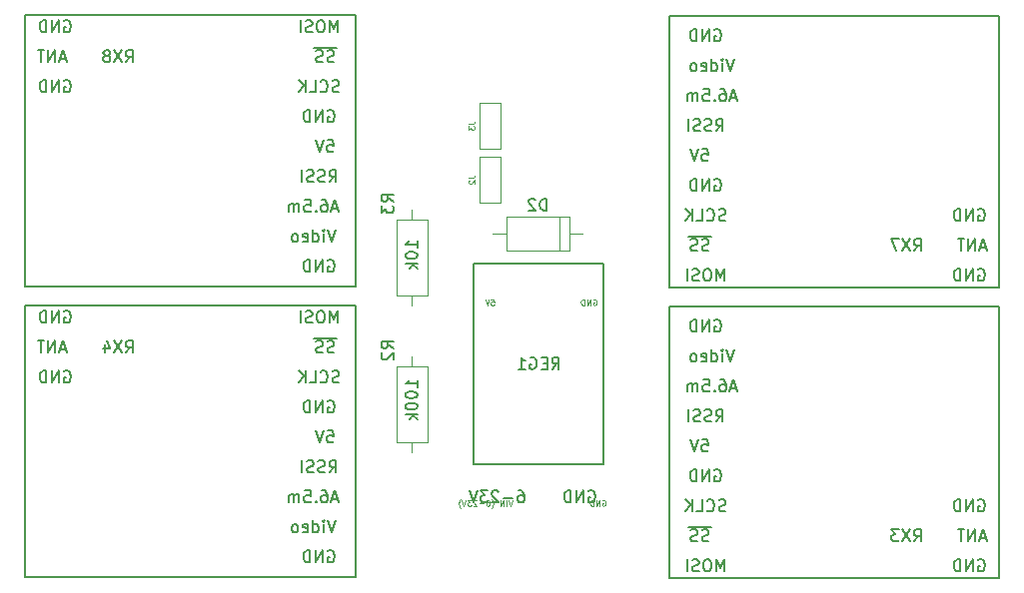
<source format=gbo>
G04 #@! TF.FileFunction,Legend,Bot*
%FSLAX46Y46*%
G04 Gerber Fmt 4.6, Leading zero omitted, Abs format (unit mm)*
G04 Created by KiCad (PCBNEW 4.0.6) date 08/29/17 21:17:03*
%MOMM*%
%LPD*%
G01*
G04 APERTURE LIST*
%ADD10C,0.100000*%
%ADD11C,0.120000*%
%ADD12C,0.150000*%
G04 APERTURE END LIST*
D10*
D11*
X167760000Y-97650000D02*
X167760000Y-100470000D01*
X167760000Y-100470000D02*
X162440000Y-100470000D01*
X162440000Y-100470000D02*
X162440000Y-97650000D01*
X162440000Y-97650000D02*
X167760000Y-97650000D01*
X168900000Y-99060000D02*
X167760000Y-99060000D01*
X161300000Y-99060000D02*
X162440000Y-99060000D01*
X166920000Y-97650000D02*
X166920000Y-100470000D01*
X161926000Y-92578000D02*
X161926000Y-96398000D01*
X161926000Y-96398000D02*
X160146000Y-96398000D01*
X160146000Y-96398000D02*
X160146000Y-92578000D01*
X161926000Y-92578000D02*
X160146000Y-92578000D01*
X160146000Y-91826000D02*
X160146000Y-88006000D01*
X160146000Y-88006000D02*
X161926000Y-88006000D01*
X161926000Y-88006000D02*
X161926000Y-91826000D01*
X160146000Y-91826000D02*
X161926000Y-91826000D01*
X155742000Y-116748000D02*
X153122000Y-116748000D01*
X153122000Y-116748000D02*
X153122000Y-110328000D01*
X153122000Y-110328000D02*
X155742000Y-110328000D01*
X155742000Y-110328000D02*
X155742000Y-116748000D01*
X154432000Y-117638000D02*
X154432000Y-116748000D01*
X154432000Y-109438000D02*
X154432000Y-110328000D01*
X155742000Y-104302000D02*
X153122000Y-104302000D01*
X153122000Y-104302000D02*
X153122000Y-97882000D01*
X153122000Y-97882000D02*
X155742000Y-97882000D01*
X155742000Y-97882000D02*
X155742000Y-104302000D01*
X154432000Y-105192000D02*
X154432000Y-104302000D01*
X154432000Y-96992000D02*
X154432000Y-97882000D01*
D12*
X170688000Y-118600000D02*
X170688000Y-101600000D01*
X159688000Y-118600000D02*
X170688000Y-118600000D01*
X159688000Y-101600000D02*
X159688000Y-118600000D01*
X170688000Y-101600000D02*
X159688000Y-101600000D01*
X176216000Y-128270000D02*
X176216000Y-105270000D01*
X176216000Y-105270000D02*
X204216000Y-105270000D01*
X204216000Y-105270000D02*
X204216000Y-128270000D01*
X204216000Y-128270000D02*
X176216000Y-128270000D01*
X149666000Y-105156000D02*
X149666000Y-128156000D01*
X149666000Y-128156000D02*
X121666000Y-128156000D01*
X121666000Y-128156000D02*
X121666000Y-105156000D01*
X121666000Y-105156000D02*
X149666000Y-105156000D01*
X176216000Y-103632000D02*
X176216000Y-80632000D01*
X176216000Y-80632000D02*
X204216000Y-80632000D01*
X204216000Y-80632000D02*
X204216000Y-103632000D01*
X204216000Y-103632000D02*
X176216000Y-103632000D01*
X149666000Y-80518000D02*
X149666000Y-103518000D01*
X149666000Y-103518000D02*
X121666000Y-103518000D01*
X121666000Y-103518000D02*
X121666000Y-80518000D01*
X121666000Y-80518000D02*
X149666000Y-80518000D01*
X165838095Y-97102381D02*
X165838095Y-96102381D01*
X165600000Y-96102381D01*
X165457142Y-96150000D01*
X165361904Y-96245238D01*
X165314285Y-96340476D01*
X165266666Y-96530952D01*
X165266666Y-96673810D01*
X165314285Y-96864286D01*
X165361904Y-96959524D01*
X165457142Y-97054762D01*
X165600000Y-97102381D01*
X165838095Y-97102381D01*
X164885714Y-96197619D02*
X164838095Y-96150000D01*
X164742857Y-96102381D01*
X164504761Y-96102381D01*
X164409523Y-96150000D01*
X164361904Y-96197619D01*
X164314285Y-96292857D01*
X164314285Y-96388095D01*
X164361904Y-96530952D01*
X164933333Y-97102381D01*
X164314285Y-97102381D01*
D10*
X159238190Y-94321334D02*
X159595333Y-94321334D01*
X159666762Y-94297524D01*
X159714381Y-94249905D01*
X159738190Y-94178477D01*
X159738190Y-94130858D01*
X159285810Y-94535619D02*
X159262000Y-94559429D01*
X159238190Y-94607048D01*
X159238190Y-94726095D01*
X159262000Y-94773714D01*
X159285810Y-94797524D01*
X159333429Y-94821333D01*
X159381048Y-94821333D01*
X159452476Y-94797524D01*
X159738190Y-94511810D01*
X159738190Y-94821333D01*
X159238190Y-89749334D02*
X159595333Y-89749334D01*
X159666762Y-89725524D01*
X159714381Y-89677905D01*
X159738190Y-89606477D01*
X159738190Y-89558858D01*
X159238190Y-89939810D02*
X159238190Y-90249333D01*
X159428667Y-90082667D01*
X159428667Y-90154095D01*
X159452476Y-90201714D01*
X159476286Y-90225524D01*
X159523905Y-90249333D01*
X159642952Y-90249333D01*
X159690571Y-90225524D01*
X159714381Y-90201714D01*
X159738190Y-90154095D01*
X159738190Y-90011238D01*
X159714381Y-89963619D01*
X159690571Y-89939810D01*
D12*
X152852381Y-108799334D02*
X152376190Y-108466000D01*
X152852381Y-108227905D02*
X151852381Y-108227905D01*
X151852381Y-108608858D01*
X151900000Y-108704096D01*
X151947619Y-108751715D01*
X152042857Y-108799334D01*
X152185714Y-108799334D01*
X152280952Y-108751715D01*
X152328571Y-108704096D01*
X152376190Y-108608858D01*
X152376190Y-108227905D01*
X151947619Y-109180286D02*
X151900000Y-109227905D01*
X151852381Y-109323143D01*
X151852381Y-109561239D01*
X151900000Y-109656477D01*
X151947619Y-109704096D01*
X152042857Y-109751715D01*
X152138095Y-109751715D01*
X152280952Y-109704096D01*
X152852381Y-109132667D01*
X152852381Y-109751715D01*
X154884381Y-112085572D02*
X154884381Y-111514143D01*
X154884381Y-111799857D02*
X153884381Y-111799857D01*
X154027238Y-111704619D01*
X154122476Y-111609381D01*
X154170095Y-111514143D01*
X153884381Y-112704619D02*
X153884381Y-112799858D01*
X153932000Y-112895096D01*
X153979619Y-112942715D01*
X154074857Y-112990334D01*
X154265333Y-113037953D01*
X154503429Y-113037953D01*
X154693905Y-112990334D01*
X154789143Y-112942715D01*
X154836762Y-112895096D01*
X154884381Y-112799858D01*
X154884381Y-112704619D01*
X154836762Y-112609381D01*
X154789143Y-112561762D01*
X154693905Y-112514143D01*
X154503429Y-112466524D01*
X154265333Y-112466524D01*
X154074857Y-112514143D01*
X153979619Y-112561762D01*
X153932000Y-112609381D01*
X153884381Y-112704619D01*
X153884381Y-113657000D02*
X153884381Y-113752239D01*
X153932000Y-113847477D01*
X153979619Y-113895096D01*
X154074857Y-113942715D01*
X154265333Y-113990334D01*
X154503429Y-113990334D01*
X154693905Y-113942715D01*
X154789143Y-113895096D01*
X154836762Y-113847477D01*
X154884381Y-113752239D01*
X154884381Y-113657000D01*
X154836762Y-113561762D01*
X154789143Y-113514143D01*
X154693905Y-113466524D01*
X154503429Y-113418905D01*
X154265333Y-113418905D01*
X154074857Y-113466524D01*
X153979619Y-113514143D01*
X153932000Y-113561762D01*
X153884381Y-113657000D01*
X154884381Y-114418905D02*
X153884381Y-114418905D01*
X154503429Y-114514143D02*
X154884381Y-114799858D01*
X154217714Y-114799858D02*
X154598667Y-114418905D01*
X152852381Y-96353334D02*
X152376190Y-96020000D01*
X152852381Y-95781905D02*
X151852381Y-95781905D01*
X151852381Y-96162858D01*
X151900000Y-96258096D01*
X151947619Y-96305715D01*
X152042857Y-96353334D01*
X152185714Y-96353334D01*
X152280952Y-96305715D01*
X152328571Y-96258096D01*
X152376190Y-96162858D01*
X152376190Y-95781905D01*
X151852381Y-96686667D02*
X151852381Y-97305715D01*
X152233333Y-96972381D01*
X152233333Y-97115239D01*
X152280952Y-97210477D01*
X152328571Y-97258096D01*
X152423810Y-97305715D01*
X152661905Y-97305715D01*
X152757143Y-97258096D01*
X152804762Y-97210477D01*
X152852381Y-97115239D01*
X152852381Y-96829524D01*
X152804762Y-96734286D01*
X152757143Y-96686667D01*
X154884381Y-100242762D02*
X154884381Y-99671333D01*
X154884381Y-99957047D02*
X153884381Y-99957047D01*
X154027238Y-99861809D01*
X154122476Y-99766571D01*
X154170095Y-99671333D01*
X153884381Y-100861809D02*
X153884381Y-100957048D01*
X153932000Y-101052286D01*
X153979619Y-101099905D01*
X154074857Y-101147524D01*
X154265333Y-101195143D01*
X154503429Y-101195143D01*
X154693905Y-101147524D01*
X154789143Y-101099905D01*
X154836762Y-101052286D01*
X154884381Y-100957048D01*
X154884381Y-100861809D01*
X154836762Y-100766571D01*
X154789143Y-100718952D01*
X154693905Y-100671333D01*
X154503429Y-100623714D01*
X154265333Y-100623714D01*
X154074857Y-100671333D01*
X153979619Y-100718952D01*
X153932000Y-100766571D01*
X153884381Y-100861809D01*
X154884381Y-101623714D02*
X153884381Y-101623714D01*
X154503429Y-101718952D02*
X154884381Y-102004667D01*
X154217714Y-102004667D02*
X154598667Y-101623714D01*
X166307047Y-110552381D02*
X166640381Y-110076190D01*
X166878476Y-110552381D02*
X166878476Y-109552381D01*
X166497523Y-109552381D01*
X166402285Y-109600000D01*
X166354666Y-109647619D01*
X166307047Y-109742857D01*
X166307047Y-109885714D01*
X166354666Y-109980952D01*
X166402285Y-110028571D01*
X166497523Y-110076190D01*
X166878476Y-110076190D01*
X165878476Y-110028571D02*
X165545142Y-110028571D01*
X165402285Y-110552381D02*
X165878476Y-110552381D01*
X165878476Y-109552381D01*
X165402285Y-109552381D01*
X164449904Y-109600000D02*
X164545142Y-109552381D01*
X164687999Y-109552381D01*
X164830857Y-109600000D01*
X164926095Y-109695238D01*
X164973714Y-109790476D01*
X165021333Y-109980952D01*
X165021333Y-110123810D01*
X164973714Y-110314286D01*
X164926095Y-110409524D01*
X164830857Y-110504762D01*
X164687999Y-110552381D01*
X164592761Y-110552381D01*
X164449904Y-110504762D01*
X164402285Y-110457143D01*
X164402285Y-110123810D01*
X164592761Y-110123810D01*
X163449904Y-110552381D02*
X164021333Y-110552381D01*
X163735619Y-110552381D02*
X163735619Y-109552381D01*
X163830857Y-109695238D01*
X163926095Y-109790476D01*
X164021333Y-109838095D01*
D10*
X169798953Y-104652000D02*
X169846572Y-104628190D01*
X169918000Y-104628190D01*
X169989429Y-104652000D01*
X170037048Y-104699619D01*
X170060857Y-104747238D01*
X170084667Y-104842476D01*
X170084667Y-104913905D01*
X170060857Y-105009143D01*
X170037048Y-105056762D01*
X169989429Y-105104381D01*
X169918000Y-105128190D01*
X169870381Y-105128190D01*
X169798953Y-105104381D01*
X169775143Y-105080571D01*
X169775143Y-104913905D01*
X169870381Y-104913905D01*
X169560857Y-105128190D02*
X169560857Y-104628190D01*
X169275143Y-105128190D01*
X169275143Y-104628190D01*
X169037047Y-105128190D02*
X169037047Y-104628190D01*
X168918000Y-104628190D01*
X168846571Y-104652000D01*
X168798952Y-104699619D01*
X168775143Y-104747238D01*
X168751333Y-104842476D01*
X168751333Y-104913905D01*
X168775143Y-105009143D01*
X168798952Y-105056762D01*
X168846571Y-105104381D01*
X168918000Y-105128190D01*
X169037047Y-105128190D01*
X161131237Y-104628190D02*
X161369332Y-104628190D01*
X161393142Y-104866286D01*
X161369332Y-104842476D01*
X161321713Y-104818667D01*
X161202666Y-104818667D01*
X161155047Y-104842476D01*
X161131237Y-104866286D01*
X161107428Y-104913905D01*
X161107428Y-105032952D01*
X161131237Y-105080571D01*
X161155047Y-105104381D01*
X161202666Y-105128190D01*
X161321713Y-105128190D01*
X161369332Y-105104381D01*
X161393142Y-105080571D01*
X160964571Y-104628190D02*
X160797904Y-105128190D01*
X160631238Y-104628190D01*
X162964522Y-121646190D02*
X162797855Y-122146190D01*
X162631189Y-121646190D01*
X162464522Y-122146190D02*
X162464522Y-121646190D01*
X162226427Y-122146190D02*
X162226427Y-121646190D01*
X161940713Y-122146190D01*
X161940713Y-121646190D01*
X161178808Y-122336667D02*
X161202618Y-122312857D01*
X161250237Y-122241429D01*
X161274046Y-122193810D01*
X161297856Y-122122381D01*
X161321665Y-122003333D01*
X161321665Y-121908095D01*
X161297856Y-121789048D01*
X161274046Y-121717619D01*
X161250237Y-121670000D01*
X161202618Y-121598571D01*
X161178808Y-121574762D01*
X160774047Y-121646190D02*
X160869285Y-121646190D01*
X160916904Y-121670000D01*
X160940713Y-121693810D01*
X160988332Y-121765238D01*
X161012142Y-121860476D01*
X161012142Y-122050952D01*
X160988332Y-122098571D01*
X160964523Y-122122381D01*
X160916904Y-122146190D01*
X160821666Y-122146190D01*
X160774047Y-122122381D01*
X160750237Y-122098571D01*
X160726428Y-122050952D01*
X160726428Y-121931905D01*
X160750237Y-121884286D01*
X160774047Y-121860476D01*
X160821666Y-121836667D01*
X160916904Y-121836667D01*
X160964523Y-121860476D01*
X160988332Y-121884286D01*
X161012142Y-121931905D01*
X160512142Y-121955714D02*
X160131190Y-121955714D01*
X159916904Y-121693810D02*
X159893094Y-121670000D01*
X159845475Y-121646190D01*
X159726428Y-121646190D01*
X159678809Y-121670000D01*
X159654999Y-121693810D01*
X159631190Y-121741429D01*
X159631190Y-121789048D01*
X159654999Y-121860476D01*
X159940713Y-122146190D01*
X159631190Y-122146190D01*
X159464523Y-121646190D02*
X159155000Y-121646190D01*
X159321666Y-121836667D01*
X159250238Y-121836667D01*
X159202619Y-121860476D01*
X159178809Y-121884286D01*
X159155000Y-121931905D01*
X159155000Y-122050952D01*
X159178809Y-122098571D01*
X159202619Y-122122381D01*
X159250238Y-122146190D01*
X159393095Y-122146190D01*
X159440714Y-122122381D01*
X159464523Y-122098571D01*
X159012143Y-121646190D02*
X158845476Y-122146190D01*
X158678810Y-121646190D01*
X158559762Y-122336667D02*
X158535953Y-122312857D01*
X158488334Y-122241429D01*
X158464524Y-122193810D01*
X158440715Y-122122381D01*
X158416905Y-122003333D01*
X158416905Y-121908095D01*
X158440715Y-121789048D01*
X158464524Y-121717619D01*
X158488334Y-121670000D01*
X158535953Y-121598571D01*
X158559762Y-121574762D01*
X170560953Y-121670000D02*
X170608572Y-121646190D01*
X170680000Y-121646190D01*
X170751429Y-121670000D01*
X170799048Y-121717619D01*
X170822857Y-121765238D01*
X170846667Y-121860476D01*
X170846667Y-121931905D01*
X170822857Y-122027143D01*
X170799048Y-122074762D01*
X170751429Y-122122381D01*
X170680000Y-122146190D01*
X170632381Y-122146190D01*
X170560953Y-122122381D01*
X170537143Y-122098571D01*
X170537143Y-121931905D01*
X170632381Y-121931905D01*
X170322857Y-122146190D02*
X170322857Y-121646190D01*
X170037143Y-122146190D01*
X170037143Y-121646190D01*
X169799047Y-122146190D02*
X169799047Y-121646190D01*
X169680000Y-121646190D01*
X169608571Y-121670000D01*
X169560952Y-121717619D01*
X169537143Y-121765238D01*
X169513333Y-121860476D01*
X169513333Y-121931905D01*
X169537143Y-122027143D01*
X169560952Y-122074762D01*
X169608571Y-122122381D01*
X169680000Y-122146190D01*
X169799047Y-122146190D01*
D12*
X169417904Y-120912000D02*
X169513142Y-120864381D01*
X169655999Y-120864381D01*
X169798857Y-120912000D01*
X169894095Y-121007238D01*
X169941714Y-121102476D01*
X169989333Y-121292952D01*
X169989333Y-121435810D01*
X169941714Y-121626286D01*
X169894095Y-121721524D01*
X169798857Y-121816762D01*
X169655999Y-121864381D01*
X169560761Y-121864381D01*
X169417904Y-121816762D01*
X169370285Y-121769143D01*
X169370285Y-121435810D01*
X169560761Y-121435810D01*
X168941714Y-121864381D02*
X168941714Y-120864381D01*
X168370285Y-121864381D01*
X168370285Y-120864381D01*
X167894095Y-121864381D02*
X167894095Y-120864381D01*
X167656000Y-120864381D01*
X167513142Y-120912000D01*
X167417904Y-121007238D01*
X167370285Y-121102476D01*
X167322666Y-121292952D01*
X167322666Y-121435810D01*
X167370285Y-121626286D01*
X167417904Y-121721524D01*
X167513142Y-121816762D01*
X167656000Y-121864381D01*
X167894095Y-121864381D01*
X163480523Y-120864381D02*
X163671000Y-120864381D01*
X163766238Y-120912000D01*
X163813857Y-120959619D01*
X163909095Y-121102476D01*
X163956714Y-121292952D01*
X163956714Y-121673905D01*
X163909095Y-121769143D01*
X163861476Y-121816762D01*
X163766238Y-121864381D01*
X163575761Y-121864381D01*
X163480523Y-121816762D01*
X163432904Y-121769143D01*
X163385285Y-121673905D01*
X163385285Y-121435810D01*
X163432904Y-121340571D01*
X163480523Y-121292952D01*
X163575761Y-121245333D01*
X163766238Y-121245333D01*
X163861476Y-121292952D01*
X163909095Y-121340571D01*
X163956714Y-121435810D01*
X162956714Y-121483429D02*
X162194809Y-121483429D01*
X161766238Y-120959619D02*
X161718619Y-120912000D01*
X161623381Y-120864381D01*
X161385285Y-120864381D01*
X161290047Y-120912000D01*
X161242428Y-120959619D01*
X161194809Y-121054857D01*
X161194809Y-121150095D01*
X161242428Y-121292952D01*
X161813857Y-121864381D01*
X161194809Y-121864381D01*
X160861476Y-120864381D02*
X160242428Y-120864381D01*
X160575762Y-121245333D01*
X160432904Y-121245333D01*
X160337666Y-121292952D01*
X160290047Y-121340571D01*
X160242428Y-121435810D01*
X160242428Y-121673905D01*
X160290047Y-121769143D01*
X160337666Y-121816762D01*
X160432904Y-121864381D01*
X160718619Y-121864381D01*
X160813857Y-121816762D01*
X160861476Y-121769143D01*
X159956714Y-120864381D02*
X159623381Y-121864381D01*
X159290047Y-120864381D01*
X196984857Y-125166381D02*
X197318191Y-124690190D01*
X197556286Y-125166381D02*
X197556286Y-124166381D01*
X197175333Y-124166381D01*
X197080095Y-124214000D01*
X197032476Y-124261619D01*
X196984857Y-124356857D01*
X196984857Y-124499714D01*
X197032476Y-124594952D01*
X197080095Y-124642571D01*
X197175333Y-124690190D01*
X197556286Y-124690190D01*
X196651524Y-124166381D02*
X195984857Y-125166381D01*
X195984857Y-124166381D02*
X196651524Y-125166381D01*
X195699143Y-124166381D02*
X195080095Y-124166381D01*
X195413429Y-124547333D01*
X195270571Y-124547333D01*
X195175333Y-124594952D01*
X195127714Y-124642571D01*
X195080095Y-124737810D01*
X195080095Y-124975905D01*
X195127714Y-125071143D01*
X195175333Y-125118762D01*
X195270571Y-125166381D01*
X195556286Y-125166381D01*
X195651524Y-125118762D01*
X195699143Y-125071143D01*
X180085904Y-106434000D02*
X180181142Y-106386381D01*
X180323999Y-106386381D01*
X180466857Y-106434000D01*
X180562095Y-106529238D01*
X180609714Y-106624476D01*
X180657333Y-106814952D01*
X180657333Y-106957810D01*
X180609714Y-107148286D01*
X180562095Y-107243524D01*
X180466857Y-107338762D01*
X180323999Y-107386381D01*
X180228761Y-107386381D01*
X180085904Y-107338762D01*
X180038285Y-107291143D01*
X180038285Y-106957810D01*
X180228761Y-106957810D01*
X179609714Y-107386381D02*
X179609714Y-106386381D01*
X179038285Y-107386381D01*
X179038285Y-106386381D01*
X178562095Y-107386381D02*
X178562095Y-106386381D01*
X178324000Y-106386381D01*
X178181142Y-106434000D01*
X178085904Y-106529238D01*
X178038285Y-106624476D01*
X177990666Y-106814952D01*
X177990666Y-106957810D01*
X178038285Y-107148286D01*
X178085904Y-107243524D01*
X178181142Y-107338762D01*
X178324000Y-107386381D01*
X178562095Y-107386381D01*
X181736762Y-108926381D02*
X181403429Y-109926381D01*
X181070095Y-108926381D01*
X180736762Y-109926381D02*
X180736762Y-109259714D01*
X180736762Y-108926381D02*
X180784381Y-108974000D01*
X180736762Y-109021619D01*
X180689143Y-108974000D01*
X180736762Y-108926381D01*
X180736762Y-109021619D01*
X179832000Y-109926381D02*
X179832000Y-108926381D01*
X179832000Y-109878762D02*
X179927238Y-109926381D01*
X180117715Y-109926381D01*
X180212953Y-109878762D01*
X180260572Y-109831143D01*
X180308191Y-109735905D01*
X180308191Y-109450190D01*
X180260572Y-109354952D01*
X180212953Y-109307333D01*
X180117715Y-109259714D01*
X179927238Y-109259714D01*
X179832000Y-109307333D01*
X178974857Y-109878762D02*
X179070095Y-109926381D01*
X179260572Y-109926381D01*
X179355810Y-109878762D01*
X179403429Y-109783524D01*
X179403429Y-109402571D01*
X179355810Y-109307333D01*
X179260572Y-109259714D01*
X179070095Y-109259714D01*
X178974857Y-109307333D01*
X178927238Y-109402571D01*
X178927238Y-109497810D01*
X179403429Y-109593048D01*
X178355810Y-109926381D02*
X178451048Y-109878762D01*
X178498667Y-109831143D01*
X178546286Y-109735905D01*
X178546286Y-109450190D01*
X178498667Y-109354952D01*
X178451048Y-109307333D01*
X178355810Y-109259714D01*
X178212952Y-109259714D01*
X178117714Y-109307333D01*
X178070095Y-109354952D01*
X178022476Y-109450190D01*
X178022476Y-109735905D01*
X178070095Y-109831143D01*
X178117714Y-109878762D01*
X178212952Y-109926381D01*
X178355810Y-109926381D01*
X181927238Y-112180667D02*
X181451047Y-112180667D01*
X182022476Y-112466381D02*
X181689143Y-111466381D01*
X181355809Y-112466381D01*
X180593904Y-111466381D02*
X180784381Y-111466381D01*
X180879619Y-111514000D01*
X180927238Y-111561619D01*
X181022476Y-111704476D01*
X181070095Y-111894952D01*
X181070095Y-112275905D01*
X181022476Y-112371143D01*
X180974857Y-112418762D01*
X180879619Y-112466381D01*
X180689142Y-112466381D01*
X180593904Y-112418762D01*
X180546285Y-112371143D01*
X180498666Y-112275905D01*
X180498666Y-112037810D01*
X180546285Y-111942571D01*
X180593904Y-111894952D01*
X180689142Y-111847333D01*
X180879619Y-111847333D01*
X180974857Y-111894952D01*
X181022476Y-111942571D01*
X181070095Y-112037810D01*
X180070095Y-112371143D02*
X180022476Y-112418762D01*
X180070095Y-112466381D01*
X180117714Y-112418762D01*
X180070095Y-112371143D01*
X180070095Y-112466381D01*
X179117714Y-111466381D02*
X179593905Y-111466381D01*
X179641524Y-111942571D01*
X179593905Y-111894952D01*
X179498667Y-111847333D01*
X179260571Y-111847333D01*
X179165333Y-111894952D01*
X179117714Y-111942571D01*
X179070095Y-112037810D01*
X179070095Y-112275905D01*
X179117714Y-112371143D01*
X179165333Y-112418762D01*
X179260571Y-112466381D01*
X179498667Y-112466381D01*
X179593905Y-112418762D01*
X179641524Y-112371143D01*
X178641524Y-112466381D02*
X178641524Y-111799714D01*
X178641524Y-111894952D02*
X178593905Y-111847333D01*
X178498667Y-111799714D01*
X178355809Y-111799714D01*
X178260571Y-111847333D01*
X178212952Y-111942571D01*
X178212952Y-112466381D01*
X178212952Y-111942571D02*
X178165333Y-111847333D01*
X178070095Y-111799714D01*
X177927238Y-111799714D01*
X177832000Y-111847333D01*
X177784381Y-111942571D01*
X177784381Y-112466381D01*
X180204952Y-115006381D02*
X180538286Y-114530190D01*
X180776381Y-115006381D02*
X180776381Y-114006381D01*
X180395428Y-114006381D01*
X180300190Y-114054000D01*
X180252571Y-114101619D01*
X180204952Y-114196857D01*
X180204952Y-114339714D01*
X180252571Y-114434952D01*
X180300190Y-114482571D01*
X180395428Y-114530190D01*
X180776381Y-114530190D01*
X179824000Y-114958762D02*
X179681143Y-115006381D01*
X179443047Y-115006381D01*
X179347809Y-114958762D01*
X179300190Y-114911143D01*
X179252571Y-114815905D01*
X179252571Y-114720667D01*
X179300190Y-114625429D01*
X179347809Y-114577810D01*
X179443047Y-114530190D01*
X179633524Y-114482571D01*
X179728762Y-114434952D01*
X179776381Y-114387333D01*
X179824000Y-114292095D01*
X179824000Y-114196857D01*
X179776381Y-114101619D01*
X179728762Y-114054000D01*
X179633524Y-114006381D01*
X179395428Y-114006381D01*
X179252571Y-114054000D01*
X178871619Y-114958762D02*
X178728762Y-115006381D01*
X178490666Y-115006381D01*
X178395428Y-114958762D01*
X178347809Y-114911143D01*
X178300190Y-114815905D01*
X178300190Y-114720667D01*
X178347809Y-114625429D01*
X178395428Y-114577810D01*
X178490666Y-114530190D01*
X178681143Y-114482571D01*
X178776381Y-114434952D01*
X178824000Y-114387333D01*
X178871619Y-114292095D01*
X178871619Y-114196857D01*
X178824000Y-114101619D01*
X178776381Y-114054000D01*
X178681143Y-114006381D01*
X178443047Y-114006381D01*
X178300190Y-114054000D01*
X177871619Y-115006381D02*
X177871619Y-114006381D01*
X179006476Y-116546381D02*
X179482667Y-116546381D01*
X179530286Y-117022571D01*
X179482667Y-116974952D01*
X179387429Y-116927333D01*
X179149333Y-116927333D01*
X179054095Y-116974952D01*
X179006476Y-117022571D01*
X178958857Y-117117810D01*
X178958857Y-117355905D01*
X179006476Y-117451143D01*
X179054095Y-117498762D01*
X179149333Y-117546381D01*
X179387429Y-117546381D01*
X179482667Y-117498762D01*
X179530286Y-117451143D01*
X178673143Y-116546381D02*
X178339810Y-117546381D01*
X178006476Y-116546381D01*
X180085904Y-119134000D02*
X180181142Y-119086381D01*
X180323999Y-119086381D01*
X180466857Y-119134000D01*
X180562095Y-119229238D01*
X180609714Y-119324476D01*
X180657333Y-119514952D01*
X180657333Y-119657810D01*
X180609714Y-119848286D01*
X180562095Y-119943524D01*
X180466857Y-120038762D01*
X180323999Y-120086381D01*
X180228761Y-120086381D01*
X180085904Y-120038762D01*
X180038285Y-119991143D01*
X180038285Y-119657810D01*
X180228761Y-119657810D01*
X179609714Y-120086381D02*
X179609714Y-119086381D01*
X179038285Y-120086381D01*
X179038285Y-119086381D01*
X178562095Y-120086381D02*
X178562095Y-119086381D01*
X178324000Y-119086381D01*
X178181142Y-119134000D01*
X178085904Y-119229238D01*
X178038285Y-119324476D01*
X177990666Y-119514952D01*
X177990666Y-119657810D01*
X178038285Y-119848286D01*
X178085904Y-119943524D01*
X178181142Y-120038762D01*
X178324000Y-120086381D01*
X178562095Y-120086381D01*
X181014476Y-122578762D02*
X180871619Y-122626381D01*
X180633523Y-122626381D01*
X180538285Y-122578762D01*
X180490666Y-122531143D01*
X180443047Y-122435905D01*
X180443047Y-122340667D01*
X180490666Y-122245429D01*
X180538285Y-122197810D01*
X180633523Y-122150190D01*
X180824000Y-122102571D01*
X180919238Y-122054952D01*
X180966857Y-122007333D01*
X181014476Y-121912095D01*
X181014476Y-121816857D01*
X180966857Y-121721619D01*
X180919238Y-121674000D01*
X180824000Y-121626381D01*
X180585904Y-121626381D01*
X180443047Y-121674000D01*
X179443047Y-122531143D02*
X179490666Y-122578762D01*
X179633523Y-122626381D01*
X179728761Y-122626381D01*
X179871619Y-122578762D01*
X179966857Y-122483524D01*
X180014476Y-122388286D01*
X180062095Y-122197810D01*
X180062095Y-122054952D01*
X180014476Y-121864476D01*
X179966857Y-121769238D01*
X179871619Y-121674000D01*
X179728761Y-121626381D01*
X179633523Y-121626381D01*
X179490666Y-121674000D01*
X179443047Y-121721619D01*
X178538285Y-122626381D02*
X179014476Y-122626381D01*
X179014476Y-121626381D01*
X178204952Y-122626381D02*
X178204952Y-121626381D01*
X177633523Y-122626381D02*
X178062095Y-122054952D01*
X177633523Y-121626381D02*
X178204952Y-122197810D01*
X180895428Y-127706381D02*
X180895428Y-126706381D01*
X180562094Y-127420667D01*
X180228761Y-126706381D01*
X180228761Y-127706381D01*
X179562095Y-126706381D02*
X179371618Y-126706381D01*
X179276380Y-126754000D01*
X179181142Y-126849238D01*
X179133523Y-127039714D01*
X179133523Y-127373048D01*
X179181142Y-127563524D01*
X179276380Y-127658762D01*
X179371618Y-127706381D01*
X179562095Y-127706381D01*
X179657333Y-127658762D01*
X179752571Y-127563524D01*
X179800190Y-127373048D01*
X179800190Y-127039714D01*
X179752571Y-126849238D01*
X179657333Y-126754000D01*
X179562095Y-126706381D01*
X178752571Y-127658762D02*
X178609714Y-127706381D01*
X178371618Y-127706381D01*
X178276380Y-127658762D01*
X178228761Y-127611143D01*
X178181142Y-127515905D01*
X178181142Y-127420667D01*
X178228761Y-127325429D01*
X178276380Y-127277810D01*
X178371618Y-127230190D01*
X178562095Y-127182571D01*
X178657333Y-127134952D01*
X178704952Y-127087333D01*
X178752571Y-126992095D01*
X178752571Y-126896857D01*
X178704952Y-126801619D01*
X178657333Y-126754000D01*
X178562095Y-126706381D01*
X178323999Y-126706381D01*
X178181142Y-126754000D01*
X177752571Y-127706381D02*
X177752571Y-126706381D01*
X179577905Y-125118762D02*
X179435048Y-125166381D01*
X179196952Y-125166381D01*
X179101714Y-125118762D01*
X179054095Y-125071143D01*
X179006476Y-124975905D01*
X179006476Y-124880667D01*
X179054095Y-124785429D01*
X179101714Y-124737810D01*
X179196952Y-124690190D01*
X179387429Y-124642571D01*
X179482667Y-124594952D01*
X179530286Y-124547333D01*
X179577905Y-124452095D01*
X179577905Y-124356857D01*
X179530286Y-124261619D01*
X179482667Y-124214000D01*
X179387429Y-124166381D01*
X179149333Y-124166381D01*
X179006476Y-124214000D01*
X178625524Y-125118762D02*
X178482667Y-125166381D01*
X178244571Y-125166381D01*
X178149333Y-125118762D01*
X178101714Y-125071143D01*
X178054095Y-124975905D01*
X178054095Y-124880667D01*
X178101714Y-124785429D01*
X178149333Y-124737810D01*
X178244571Y-124690190D01*
X178435048Y-124642571D01*
X178530286Y-124594952D01*
X178577905Y-124547333D01*
X178625524Y-124452095D01*
X178625524Y-124356857D01*
X178577905Y-124261619D01*
X178530286Y-124214000D01*
X178435048Y-124166381D01*
X178196952Y-124166381D01*
X178054095Y-124214000D01*
X179768381Y-123994000D02*
X177863619Y-123994000D01*
X203072857Y-124880667D02*
X202596666Y-124880667D01*
X203168095Y-125166381D02*
X202834762Y-124166381D01*
X202501428Y-125166381D01*
X202168095Y-125166381D02*
X202168095Y-124166381D01*
X201596666Y-125166381D01*
X201596666Y-124166381D01*
X201263333Y-124166381D02*
X200691904Y-124166381D01*
X200977619Y-125166381D02*
X200977619Y-124166381D01*
X202437904Y-126754000D02*
X202533142Y-126706381D01*
X202675999Y-126706381D01*
X202818857Y-126754000D01*
X202914095Y-126849238D01*
X202961714Y-126944476D01*
X203009333Y-127134952D01*
X203009333Y-127277810D01*
X202961714Y-127468286D01*
X202914095Y-127563524D01*
X202818857Y-127658762D01*
X202675999Y-127706381D01*
X202580761Y-127706381D01*
X202437904Y-127658762D01*
X202390285Y-127611143D01*
X202390285Y-127277810D01*
X202580761Y-127277810D01*
X201961714Y-127706381D02*
X201961714Y-126706381D01*
X201390285Y-127706381D01*
X201390285Y-126706381D01*
X200914095Y-127706381D02*
X200914095Y-126706381D01*
X200676000Y-126706381D01*
X200533142Y-126754000D01*
X200437904Y-126849238D01*
X200390285Y-126944476D01*
X200342666Y-127134952D01*
X200342666Y-127277810D01*
X200390285Y-127468286D01*
X200437904Y-127563524D01*
X200533142Y-127658762D01*
X200676000Y-127706381D01*
X200914095Y-127706381D01*
X202437904Y-121674000D02*
X202533142Y-121626381D01*
X202675999Y-121626381D01*
X202818857Y-121674000D01*
X202914095Y-121769238D01*
X202961714Y-121864476D01*
X203009333Y-122054952D01*
X203009333Y-122197810D01*
X202961714Y-122388286D01*
X202914095Y-122483524D01*
X202818857Y-122578762D01*
X202675999Y-122626381D01*
X202580761Y-122626381D01*
X202437904Y-122578762D01*
X202390285Y-122531143D01*
X202390285Y-122197810D01*
X202580761Y-122197810D01*
X201961714Y-122626381D02*
X201961714Y-121626381D01*
X201390285Y-122626381D01*
X201390285Y-121626381D01*
X200914095Y-122626381D02*
X200914095Y-121626381D01*
X200676000Y-121626381D01*
X200533142Y-121674000D01*
X200437904Y-121769238D01*
X200390285Y-121864476D01*
X200342666Y-122054952D01*
X200342666Y-122197810D01*
X200390285Y-122388286D01*
X200437904Y-122483524D01*
X200533142Y-122578762D01*
X200676000Y-122626381D01*
X200914095Y-122626381D01*
X130182857Y-109164381D02*
X130516191Y-108688190D01*
X130754286Y-109164381D02*
X130754286Y-108164381D01*
X130373333Y-108164381D01*
X130278095Y-108212000D01*
X130230476Y-108259619D01*
X130182857Y-108354857D01*
X130182857Y-108497714D01*
X130230476Y-108592952D01*
X130278095Y-108640571D01*
X130373333Y-108688190D01*
X130754286Y-108688190D01*
X129849524Y-108164381D02*
X129182857Y-109164381D01*
X129182857Y-108164381D02*
X129849524Y-109164381D01*
X128373333Y-108497714D02*
X128373333Y-109164381D01*
X128611429Y-108116762D02*
X128849524Y-108831048D01*
X128230476Y-108831048D01*
X147319904Y-125992000D02*
X147415142Y-125944381D01*
X147557999Y-125944381D01*
X147700857Y-125992000D01*
X147796095Y-126087238D01*
X147843714Y-126182476D01*
X147891333Y-126372952D01*
X147891333Y-126515810D01*
X147843714Y-126706286D01*
X147796095Y-126801524D01*
X147700857Y-126896762D01*
X147557999Y-126944381D01*
X147462761Y-126944381D01*
X147319904Y-126896762D01*
X147272285Y-126849143D01*
X147272285Y-126515810D01*
X147462761Y-126515810D01*
X146843714Y-126944381D02*
X146843714Y-125944381D01*
X146272285Y-126944381D01*
X146272285Y-125944381D01*
X145796095Y-126944381D02*
X145796095Y-125944381D01*
X145558000Y-125944381D01*
X145415142Y-125992000D01*
X145319904Y-126087238D01*
X145272285Y-126182476D01*
X145224666Y-126372952D01*
X145224666Y-126515810D01*
X145272285Y-126706286D01*
X145319904Y-126801524D01*
X145415142Y-126896762D01*
X145558000Y-126944381D01*
X145796095Y-126944381D01*
X147954762Y-123404381D02*
X147621429Y-124404381D01*
X147288095Y-123404381D01*
X146954762Y-124404381D02*
X146954762Y-123737714D01*
X146954762Y-123404381D02*
X147002381Y-123452000D01*
X146954762Y-123499619D01*
X146907143Y-123452000D01*
X146954762Y-123404381D01*
X146954762Y-123499619D01*
X146050000Y-124404381D02*
X146050000Y-123404381D01*
X146050000Y-124356762D02*
X146145238Y-124404381D01*
X146335715Y-124404381D01*
X146430953Y-124356762D01*
X146478572Y-124309143D01*
X146526191Y-124213905D01*
X146526191Y-123928190D01*
X146478572Y-123832952D01*
X146430953Y-123785333D01*
X146335715Y-123737714D01*
X146145238Y-123737714D01*
X146050000Y-123785333D01*
X145192857Y-124356762D02*
X145288095Y-124404381D01*
X145478572Y-124404381D01*
X145573810Y-124356762D01*
X145621429Y-124261524D01*
X145621429Y-123880571D01*
X145573810Y-123785333D01*
X145478572Y-123737714D01*
X145288095Y-123737714D01*
X145192857Y-123785333D01*
X145145238Y-123880571D01*
X145145238Y-123975810D01*
X145621429Y-124071048D01*
X144573810Y-124404381D02*
X144669048Y-124356762D01*
X144716667Y-124309143D01*
X144764286Y-124213905D01*
X144764286Y-123928190D01*
X144716667Y-123832952D01*
X144669048Y-123785333D01*
X144573810Y-123737714D01*
X144430952Y-123737714D01*
X144335714Y-123785333D01*
X144288095Y-123832952D01*
X144240476Y-123928190D01*
X144240476Y-124213905D01*
X144288095Y-124309143D01*
X144335714Y-124356762D01*
X144430952Y-124404381D01*
X144573810Y-124404381D01*
X148145238Y-121578667D02*
X147669047Y-121578667D01*
X148240476Y-121864381D02*
X147907143Y-120864381D01*
X147573809Y-121864381D01*
X146811904Y-120864381D02*
X147002381Y-120864381D01*
X147097619Y-120912000D01*
X147145238Y-120959619D01*
X147240476Y-121102476D01*
X147288095Y-121292952D01*
X147288095Y-121673905D01*
X147240476Y-121769143D01*
X147192857Y-121816762D01*
X147097619Y-121864381D01*
X146907142Y-121864381D01*
X146811904Y-121816762D01*
X146764285Y-121769143D01*
X146716666Y-121673905D01*
X146716666Y-121435810D01*
X146764285Y-121340571D01*
X146811904Y-121292952D01*
X146907142Y-121245333D01*
X147097619Y-121245333D01*
X147192857Y-121292952D01*
X147240476Y-121340571D01*
X147288095Y-121435810D01*
X146288095Y-121769143D02*
X146240476Y-121816762D01*
X146288095Y-121864381D01*
X146335714Y-121816762D01*
X146288095Y-121769143D01*
X146288095Y-121864381D01*
X145335714Y-120864381D02*
X145811905Y-120864381D01*
X145859524Y-121340571D01*
X145811905Y-121292952D01*
X145716667Y-121245333D01*
X145478571Y-121245333D01*
X145383333Y-121292952D01*
X145335714Y-121340571D01*
X145288095Y-121435810D01*
X145288095Y-121673905D01*
X145335714Y-121769143D01*
X145383333Y-121816762D01*
X145478571Y-121864381D01*
X145716667Y-121864381D01*
X145811905Y-121816762D01*
X145859524Y-121769143D01*
X144859524Y-121864381D02*
X144859524Y-121197714D01*
X144859524Y-121292952D02*
X144811905Y-121245333D01*
X144716667Y-121197714D01*
X144573809Y-121197714D01*
X144478571Y-121245333D01*
X144430952Y-121340571D01*
X144430952Y-121864381D01*
X144430952Y-121340571D02*
X144383333Y-121245333D01*
X144288095Y-121197714D01*
X144145238Y-121197714D01*
X144050000Y-121245333D01*
X144002381Y-121340571D01*
X144002381Y-121864381D01*
X147438952Y-119324381D02*
X147772286Y-118848190D01*
X148010381Y-119324381D02*
X148010381Y-118324381D01*
X147629428Y-118324381D01*
X147534190Y-118372000D01*
X147486571Y-118419619D01*
X147438952Y-118514857D01*
X147438952Y-118657714D01*
X147486571Y-118752952D01*
X147534190Y-118800571D01*
X147629428Y-118848190D01*
X148010381Y-118848190D01*
X147058000Y-119276762D02*
X146915143Y-119324381D01*
X146677047Y-119324381D01*
X146581809Y-119276762D01*
X146534190Y-119229143D01*
X146486571Y-119133905D01*
X146486571Y-119038667D01*
X146534190Y-118943429D01*
X146581809Y-118895810D01*
X146677047Y-118848190D01*
X146867524Y-118800571D01*
X146962762Y-118752952D01*
X147010381Y-118705333D01*
X147058000Y-118610095D01*
X147058000Y-118514857D01*
X147010381Y-118419619D01*
X146962762Y-118372000D01*
X146867524Y-118324381D01*
X146629428Y-118324381D01*
X146486571Y-118372000D01*
X146105619Y-119276762D02*
X145962762Y-119324381D01*
X145724666Y-119324381D01*
X145629428Y-119276762D01*
X145581809Y-119229143D01*
X145534190Y-119133905D01*
X145534190Y-119038667D01*
X145581809Y-118943429D01*
X145629428Y-118895810D01*
X145724666Y-118848190D01*
X145915143Y-118800571D01*
X146010381Y-118752952D01*
X146058000Y-118705333D01*
X146105619Y-118610095D01*
X146105619Y-118514857D01*
X146058000Y-118419619D01*
X146010381Y-118372000D01*
X145915143Y-118324381D01*
X145677047Y-118324381D01*
X145534190Y-118372000D01*
X145105619Y-119324381D02*
X145105619Y-118324381D01*
X147256476Y-115784381D02*
X147732667Y-115784381D01*
X147780286Y-116260571D01*
X147732667Y-116212952D01*
X147637429Y-116165333D01*
X147399333Y-116165333D01*
X147304095Y-116212952D01*
X147256476Y-116260571D01*
X147208857Y-116355810D01*
X147208857Y-116593905D01*
X147256476Y-116689143D01*
X147304095Y-116736762D01*
X147399333Y-116784381D01*
X147637429Y-116784381D01*
X147732667Y-116736762D01*
X147780286Y-116689143D01*
X146923143Y-115784381D02*
X146589810Y-116784381D01*
X146256476Y-115784381D01*
X147319904Y-113292000D02*
X147415142Y-113244381D01*
X147557999Y-113244381D01*
X147700857Y-113292000D01*
X147796095Y-113387238D01*
X147843714Y-113482476D01*
X147891333Y-113672952D01*
X147891333Y-113815810D01*
X147843714Y-114006286D01*
X147796095Y-114101524D01*
X147700857Y-114196762D01*
X147557999Y-114244381D01*
X147462761Y-114244381D01*
X147319904Y-114196762D01*
X147272285Y-114149143D01*
X147272285Y-113815810D01*
X147462761Y-113815810D01*
X146843714Y-114244381D02*
X146843714Y-113244381D01*
X146272285Y-114244381D01*
X146272285Y-113244381D01*
X145796095Y-114244381D02*
X145796095Y-113244381D01*
X145558000Y-113244381D01*
X145415142Y-113292000D01*
X145319904Y-113387238D01*
X145272285Y-113482476D01*
X145224666Y-113672952D01*
X145224666Y-113815810D01*
X145272285Y-114006286D01*
X145319904Y-114101524D01*
X145415142Y-114196762D01*
X145558000Y-114244381D01*
X145796095Y-114244381D01*
X148248476Y-111656762D02*
X148105619Y-111704381D01*
X147867523Y-111704381D01*
X147772285Y-111656762D01*
X147724666Y-111609143D01*
X147677047Y-111513905D01*
X147677047Y-111418667D01*
X147724666Y-111323429D01*
X147772285Y-111275810D01*
X147867523Y-111228190D01*
X148058000Y-111180571D01*
X148153238Y-111132952D01*
X148200857Y-111085333D01*
X148248476Y-110990095D01*
X148248476Y-110894857D01*
X148200857Y-110799619D01*
X148153238Y-110752000D01*
X148058000Y-110704381D01*
X147819904Y-110704381D01*
X147677047Y-110752000D01*
X146677047Y-111609143D02*
X146724666Y-111656762D01*
X146867523Y-111704381D01*
X146962761Y-111704381D01*
X147105619Y-111656762D01*
X147200857Y-111561524D01*
X147248476Y-111466286D01*
X147296095Y-111275810D01*
X147296095Y-111132952D01*
X147248476Y-110942476D01*
X147200857Y-110847238D01*
X147105619Y-110752000D01*
X146962761Y-110704381D01*
X146867523Y-110704381D01*
X146724666Y-110752000D01*
X146677047Y-110799619D01*
X145772285Y-111704381D02*
X146248476Y-111704381D01*
X146248476Y-110704381D01*
X145438952Y-111704381D02*
X145438952Y-110704381D01*
X144867523Y-111704381D02*
X145296095Y-111132952D01*
X144867523Y-110704381D02*
X145438952Y-111275810D01*
X148129428Y-106624381D02*
X148129428Y-105624381D01*
X147796094Y-106338667D01*
X147462761Y-105624381D01*
X147462761Y-106624381D01*
X146796095Y-105624381D02*
X146605618Y-105624381D01*
X146510380Y-105672000D01*
X146415142Y-105767238D01*
X146367523Y-105957714D01*
X146367523Y-106291048D01*
X146415142Y-106481524D01*
X146510380Y-106576762D01*
X146605618Y-106624381D01*
X146796095Y-106624381D01*
X146891333Y-106576762D01*
X146986571Y-106481524D01*
X147034190Y-106291048D01*
X147034190Y-105957714D01*
X146986571Y-105767238D01*
X146891333Y-105672000D01*
X146796095Y-105624381D01*
X145986571Y-106576762D02*
X145843714Y-106624381D01*
X145605618Y-106624381D01*
X145510380Y-106576762D01*
X145462761Y-106529143D01*
X145415142Y-106433905D01*
X145415142Y-106338667D01*
X145462761Y-106243429D01*
X145510380Y-106195810D01*
X145605618Y-106148190D01*
X145796095Y-106100571D01*
X145891333Y-106052952D01*
X145938952Y-106005333D01*
X145986571Y-105910095D01*
X145986571Y-105814857D01*
X145938952Y-105719619D01*
X145891333Y-105672000D01*
X145796095Y-105624381D01*
X145557999Y-105624381D01*
X145415142Y-105672000D01*
X144986571Y-106624381D02*
X144986571Y-105624381D01*
X147827905Y-109116762D02*
X147685048Y-109164381D01*
X147446952Y-109164381D01*
X147351714Y-109116762D01*
X147304095Y-109069143D01*
X147256476Y-108973905D01*
X147256476Y-108878667D01*
X147304095Y-108783429D01*
X147351714Y-108735810D01*
X147446952Y-108688190D01*
X147637429Y-108640571D01*
X147732667Y-108592952D01*
X147780286Y-108545333D01*
X147827905Y-108450095D01*
X147827905Y-108354857D01*
X147780286Y-108259619D01*
X147732667Y-108212000D01*
X147637429Y-108164381D01*
X147399333Y-108164381D01*
X147256476Y-108212000D01*
X146875524Y-109116762D02*
X146732667Y-109164381D01*
X146494571Y-109164381D01*
X146399333Y-109116762D01*
X146351714Y-109069143D01*
X146304095Y-108973905D01*
X146304095Y-108878667D01*
X146351714Y-108783429D01*
X146399333Y-108735810D01*
X146494571Y-108688190D01*
X146685048Y-108640571D01*
X146780286Y-108592952D01*
X146827905Y-108545333D01*
X146875524Y-108450095D01*
X146875524Y-108354857D01*
X146827905Y-108259619D01*
X146780286Y-108212000D01*
X146685048Y-108164381D01*
X146446952Y-108164381D01*
X146304095Y-108212000D01*
X148018381Y-107992000D02*
X146113619Y-107992000D01*
X125094857Y-108878667D02*
X124618666Y-108878667D01*
X125190095Y-109164381D02*
X124856762Y-108164381D01*
X124523428Y-109164381D01*
X124190095Y-109164381D02*
X124190095Y-108164381D01*
X123618666Y-109164381D01*
X123618666Y-108164381D01*
X123285333Y-108164381D02*
X122713904Y-108164381D01*
X122999619Y-109164381D02*
X122999619Y-108164381D01*
X124967904Y-105672000D02*
X125063142Y-105624381D01*
X125205999Y-105624381D01*
X125348857Y-105672000D01*
X125444095Y-105767238D01*
X125491714Y-105862476D01*
X125539333Y-106052952D01*
X125539333Y-106195810D01*
X125491714Y-106386286D01*
X125444095Y-106481524D01*
X125348857Y-106576762D01*
X125205999Y-106624381D01*
X125110761Y-106624381D01*
X124967904Y-106576762D01*
X124920285Y-106529143D01*
X124920285Y-106195810D01*
X125110761Y-106195810D01*
X124491714Y-106624381D02*
X124491714Y-105624381D01*
X123920285Y-106624381D01*
X123920285Y-105624381D01*
X123444095Y-106624381D02*
X123444095Y-105624381D01*
X123206000Y-105624381D01*
X123063142Y-105672000D01*
X122967904Y-105767238D01*
X122920285Y-105862476D01*
X122872666Y-106052952D01*
X122872666Y-106195810D01*
X122920285Y-106386286D01*
X122967904Y-106481524D01*
X123063142Y-106576762D01*
X123206000Y-106624381D01*
X123444095Y-106624381D01*
X124967904Y-110752000D02*
X125063142Y-110704381D01*
X125205999Y-110704381D01*
X125348857Y-110752000D01*
X125444095Y-110847238D01*
X125491714Y-110942476D01*
X125539333Y-111132952D01*
X125539333Y-111275810D01*
X125491714Y-111466286D01*
X125444095Y-111561524D01*
X125348857Y-111656762D01*
X125205999Y-111704381D01*
X125110761Y-111704381D01*
X124967904Y-111656762D01*
X124920285Y-111609143D01*
X124920285Y-111275810D01*
X125110761Y-111275810D01*
X124491714Y-111704381D02*
X124491714Y-110704381D01*
X123920285Y-111704381D01*
X123920285Y-110704381D01*
X123444095Y-111704381D02*
X123444095Y-110704381D01*
X123206000Y-110704381D01*
X123063142Y-110752000D01*
X122967904Y-110847238D01*
X122920285Y-110942476D01*
X122872666Y-111132952D01*
X122872666Y-111275810D01*
X122920285Y-111466286D01*
X122967904Y-111561524D01*
X123063142Y-111656762D01*
X123206000Y-111704381D01*
X123444095Y-111704381D01*
X196984857Y-100528381D02*
X197318191Y-100052190D01*
X197556286Y-100528381D02*
X197556286Y-99528381D01*
X197175333Y-99528381D01*
X197080095Y-99576000D01*
X197032476Y-99623619D01*
X196984857Y-99718857D01*
X196984857Y-99861714D01*
X197032476Y-99956952D01*
X197080095Y-100004571D01*
X197175333Y-100052190D01*
X197556286Y-100052190D01*
X196651524Y-99528381D02*
X195984857Y-100528381D01*
X195984857Y-99528381D02*
X196651524Y-100528381D01*
X195699143Y-99528381D02*
X195032476Y-99528381D01*
X195461048Y-100528381D01*
X180085904Y-81796000D02*
X180181142Y-81748381D01*
X180323999Y-81748381D01*
X180466857Y-81796000D01*
X180562095Y-81891238D01*
X180609714Y-81986476D01*
X180657333Y-82176952D01*
X180657333Y-82319810D01*
X180609714Y-82510286D01*
X180562095Y-82605524D01*
X180466857Y-82700762D01*
X180323999Y-82748381D01*
X180228761Y-82748381D01*
X180085904Y-82700762D01*
X180038285Y-82653143D01*
X180038285Y-82319810D01*
X180228761Y-82319810D01*
X179609714Y-82748381D02*
X179609714Y-81748381D01*
X179038285Y-82748381D01*
X179038285Y-81748381D01*
X178562095Y-82748381D02*
X178562095Y-81748381D01*
X178324000Y-81748381D01*
X178181142Y-81796000D01*
X178085904Y-81891238D01*
X178038285Y-81986476D01*
X177990666Y-82176952D01*
X177990666Y-82319810D01*
X178038285Y-82510286D01*
X178085904Y-82605524D01*
X178181142Y-82700762D01*
X178324000Y-82748381D01*
X178562095Y-82748381D01*
X181736762Y-84288381D02*
X181403429Y-85288381D01*
X181070095Y-84288381D01*
X180736762Y-85288381D02*
X180736762Y-84621714D01*
X180736762Y-84288381D02*
X180784381Y-84336000D01*
X180736762Y-84383619D01*
X180689143Y-84336000D01*
X180736762Y-84288381D01*
X180736762Y-84383619D01*
X179832000Y-85288381D02*
X179832000Y-84288381D01*
X179832000Y-85240762D02*
X179927238Y-85288381D01*
X180117715Y-85288381D01*
X180212953Y-85240762D01*
X180260572Y-85193143D01*
X180308191Y-85097905D01*
X180308191Y-84812190D01*
X180260572Y-84716952D01*
X180212953Y-84669333D01*
X180117715Y-84621714D01*
X179927238Y-84621714D01*
X179832000Y-84669333D01*
X178974857Y-85240762D02*
X179070095Y-85288381D01*
X179260572Y-85288381D01*
X179355810Y-85240762D01*
X179403429Y-85145524D01*
X179403429Y-84764571D01*
X179355810Y-84669333D01*
X179260572Y-84621714D01*
X179070095Y-84621714D01*
X178974857Y-84669333D01*
X178927238Y-84764571D01*
X178927238Y-84859810D01*
X179403429Y-84955048D01*
X178355810Y-85288381D02*
X178451048Y-85240762D01*
X178498667Y-85193143D01*
X178546286Y-85097905D01*
X178546286Y-84812190D01*
X178498667Y-84716952D01*
X178451048Y-84669333D01*
X178355810Y-84621714D01*
X178212952Y-84621714D01*
X178117714Y-84669333D01*
X178070095Y-84716952D01*
X178022476Y-84812190D01*
X178022476Y-85097905D01*
X178070095Y-85193143D01*
X178117714Y-85240762D01*
X178212952Y-85288381D01*
X178355810Y-85288381D01*
X181927238Y-87542667D02*
X181451047Y-87542667D01*
X182022476Y-87828381D02*
X181689143Y-86828381D01*
X181355809Y-87828381D01*
X180593904Y-86828381D02*
X180784381Y-86828381D01*
X180879619Y-86876000D01*
X180927238Y-86923619D01*
X181022476Y-87066476D01*
X181070095Y-87256952D01*
X181070095Y-87637905D01*
X181022476Y-87733143D01*
X180974857Y-87780762D01*
X180879619Y-87828381D01*
X180689142Y-87828381D01*
X180593904Y-87780762D01*
X180546285Y-87733143D01*
X180498666Y-87637905D01*
X180498666Y-87399810D01*
X180546285Y-87304571D01*
X180593904Y-87256952D01*
X180689142Y-87209333D01*
X180879619Y-87209333D01*
X180974857Y-87256952D01*
X181022476Y-87304571D01*
X181070095Y-87399810D01*
X180070095Y-87733143D02*
X180022476Y-87780762D01*
X180070095Y-87828381D01*
X180117714Y-87780762D01*
X180070095Y-87733143D01*
X180070095Y-87828381D01*
X179117714Y-86828381D02*
X179593905Y-86828381D01*
X179641524Y-87304571D01*
X179593905Y-87256952D01*
X179498667Y-87209333D01*
X179260571Y-87209333D01*
X179165333Y-87256952D01*
X179117714Y-87304571D01*
X179070095Y-87399810D01*
X179070095Y-87637905D01*
X179117714Y-87733143D01*
X179165333Y-87780762D01*
X179260571Y-87828381D01*
X179498667Y-87828381D01*
X179593905Y-87780762D01*
X179641524Y-87733143D01*
X178641524Y-87828381D02*
X178641524Y-87161714D01*
X178641524Y-87256952D02*
X178593905Y-87209333D01*
X178498667Y-87161714D01*
X178355809Y-87161714D01*
X178260571Y-87209333D01*
X178212952Y-87304571D01*
X178212952Y-87828381D01*
X178212952Y-87304571D02*
X178165333Y-87209333D01*
X178070095Y-87161714D01*
X177927238Y-87161714D01*
X177832000Y-87209333D01*
X177784381Y-87304571D01*
X177784381Y-87828381D01*
X180204952Y-90368381D02*
X180538286Y-89892190D01*
X180776381Y-90368381D02*
X180776381Y-89368381D01*
X180395428Y-89368381D01*
X180300190Y-89416000D01*
X180252571Y-89463619D01*
X180204952Y-89558857D01*
X180204952Y-89701714D01*
X180252571Y-89796952D01*
X180300190Y-89844571D01*
X180395428Y-89892190D01*
X180776381Y-89892190D01*
X179824000Y-90320762D02*
X179681143Y-90368381D01*
X179443047Y-90368381D01*
X179347809Y-90320762D01*
X179300190Y-90273143D01*
X179252571Y-90177905D01*
X179252571Y-90082667D01*
X179300190Y-89987429D01*
X179347809Y-89939810D01*
X179443047Y-89892190D01*
X179633524Y-89844571D01*
X179728762Y-89796952D01*
X179776381Y-89749333D01*
X179824000Y-89654095D01*
X179824000Y-89558857D01*
X179776381Y-89463619D01*
X179728762Y-89416000D01*
X179633524Y-89368381D01*
X179395428Y-89368381D01*
X179252571Y-89416000D01*
X178871619Y-90320762D02*
X178728762Y-90368381D01*
X178490666Y-90368381D01*
X178395428Y-90320762D01*
X178347809Y-90273143D01*
X178300190Y-90177905D01*
X178300190Y-90082667D01*
X178347809Y-89987429D01*
X178395428Y-89939810D01*
X178490666Y-89892190D01*
X178681143Y-89844571D01*
X178776381Y-89796952D01*
X178824000Y-89749333D01*
X178871619Y-89654095D01*
X178871619Y-89558857D01*
X178824000Y-89463619D01*
X178776381Y-89416000D01*
X178681143Y-89368381D01*
X178443047Y-89368381D01*
X178300190Y-89416000D01*
X177871619Y-90368381D02*
X177871619Y-89368381D01*
X179006476Y-91908381D02*
X179482667Y-91908381D01*
X179530286Y-92384571D01*
X179482667Y-92336952D01*
X179387429Y-92289333D01*
X179149333Y-92289333D01*
X179054095Y-92336952D01*
X179006476Y-92384571D01*
X178958857Y-92479810D01*
X178958857Y-92717905D01*
X179006476Y-92813143D01*
X179054095Y-92860762D01*
X179149333Y-92908381D01*
X179387429Y-92908381D01*
X179482667Y-92860762D01*
X179530286Y-92813143D01*
X178673143Y-91908381D02*
X178339810Y-92908381D01*
X178006476Y-91908381D01*
X180085904Y-94496000D02*
X180181142Y-94448381D01*
X180323999Y-94448381D01*
X180466857Y-94496000D01*
X180562095Y-94591238D01*
X180609714Y-94686476D01*
X180657333Y-94876952D01*
X180657333Y-95019810D01*
X180609714Y-95210286D01*
X180562095Y-95305524D01*
X180466857Y-95400762D01*
X180323999Y-95448381D01*
X180228761Y-95448381D01*
X180085904Y-95400762D01*
X180038285Y-95353143D01*
X180038285Y-95019810D01*
X180228761Y-95019810D01*
X179609714Y-95448381D02*
X179609714Y-94448381D01*
X179038285Y-95448381D01*
X179038285Y-94448381D01*
X178562095Y-95448381D02*
X178562095Y-94448381D01*
X178324000Y-94448381D01*
X178181142Y-94496000D01*
X178085904Y-94591238D01*
X178038285Y-94686476D01*
X177990666Y-94876952D01*
X177990666Y-95019810D01*
X178038285Y-95210286D01*
X178085904Y-95305524D01*
X178181142Y-95400762D01*
X178324000Y-95448381D01*
X178562095Y-95448381D01*
X181014476Y-97940762D02*
X180871619Y-97988381D01*
X180633523Y-97988381D01*
X180538285Y-97940762D01*
X180490666Y-97893143D01*
X180443047Y-97797905D01*
X180443047Y-97702667D01*
X180490666Y-97607429D01*
X180538285Y-97559810D01*
X180633523Y-97512190D01*
X180824000Y-97464571D01*
X180919238Y-97416952D01*
X180966857Y-97369333D01*
X181014476Y-97274095D01*
X181014476Y-97178857D01*
X180966857Y-97083619D01*
X180919238Y-97036000D01*
X180824000Y-96988381D01*
X180585904Y-96988381D01*
X180443047Y-97036000D01*
X179443047Y-97893143D02*
X179490666Y-97940762D01*
X179633523Y-97988381D01*
X179728761Y-97988381D01*
X179871619Y-97940762D01*
X179966857Y-97845524D01*
X180014476Y-97750286D01*
X180062095Y-97559810D01*
X180062095Y-97416952D01*
X180014476Y-97226476D01*
X179966857Y-97131238D01*
X179871619Y-97036000D01*
X179728761Y-96988381D01*
X179633523Y-96988381D01*
X179490666Y-97036000D01*
X179443047Y-97083619D01*
X178538285Y-97988381D02*
X179014476Y-97988381D01*
X179014476Y-96988381D01*
X178204952Y-97988381D02*
X178204952Y-96988381D01*
X177633523Y-97988381D02*
X178062095Y-97416952D01*
X177633523Y-96988381D02*
X178204952Y-97559810D01*
X180895428Y-103068381D02*
X180895428Y-102068381D01*
X180562094Y-102782667D01*
X180228761Y-102068381D01*
X180228761Y-103068381D01*
X179562095Y-102068381D02*
X179371618Y-102068381D01*
X179276380Y-102116000D01*
X179181142Y-102211238D01*
X179133523Y-102401714D01*
X179133523Y-102735048D01*
X179181142Y-102925524D01*
X179276380Y-103020762D01*
X179371618Y-103068381D01*
X179562095Y-103068381D01*
X179657333Y-103020762D01*
X179752571Y-102925524D01*
X179800190Y-102735048D01*
X179800190Y-102401714D01*
X179752571Y-102211238D01*
X179657333Y-102116000D01*
X179562095Y-102068381D01*
X178752571Y-103020762D02*
X178609714Y-103068381D01*
X178371618Y-103068381D01*
X178276380Y-103020762D01*
X178228761Y-102973143D01*
X178181142Y-102877905D01*
X178181142Y-102782667D01*
X178228761Y-102687429D01*
X178276380Y-102639810D01*
X178371618Y-102592190D01*
X178562095Y-102544571D01*
X178657333Y-102496952D01*
X178704952Y-102449333D01*
X178752571Y-102354095D01*
X178752571Y-102258857D01*
X178704952Y-102163619D01*
X178657333Y-102116000D01*
X178562095Y-102068381D01*
X178323999Y-102068381D01*
X178181142Y-102116000D01*
X177752571Y-103068381D02*
X177752571Y-102068381D01*
X179577905Y-100480762D02*
X179435048Y-100528381D01*
X179196952Y-100528381D01*
X179101714Y-100480762D01*
X179054095Y-100433143D01*
X179006476Y-100337905D01*
X179006476Y-100242667D01*
X179054095Y-100147429D01*
X179101714Y-100099810D01*
X179196952Y-100052190D01*
X179387429Y-100004571D01*
X179482667Y-99956952D01*
X179530286Y-99909333D01*
X179577905Y-99814095D01*
X179577905Y-99718857D01*
X179530286Y-99623619D01*
X179482667Y-99576000D01*
X179387429Y-99528381D01*
X179149333Y-99528381D01*
X179006476Y-99576000D01*
X178625524Y-100480762D02*
X178482667Y-100528381D01*
X178244571Y-100528381D01*
X178149333Y-100480762D01*
X178101714Y-100433143D01*
X178054095Y-100337905D01*
X178054095Y-100242667D01*
X178101714Y-100147429D01*
X178149333Y-100099810D01*
X178244571Y-100052190D01*
X178435048Y-100004571D01*
X178530286Y-99956952D01*
X178577905Y-99909333D01*
X178625524Y-99814095D01*
X178625524Y-99718857D01*
X178577905Y-99623619D01*
X178530286Y-99576000D01*
X178435048Y-99528381D01*
X178196952Y-99528381D01*
X178054095Y-99576000D01*
X179768381Y-99356000D02*
X177863619Y-99356000D01*
X203072857Y-100242667D02*
X202596666Y-100242667D01*
X203168095Y-100528381D02*
X202834762Y-99528381D01*
X202501428Y-100528381D01*
X202168095Y-100528381D02*
X202168095Y-99528381D01*
X201596666Y-100528381D01*
X201596666Y-99528381D01*
X201263333Y-99528381D02*
X200691904Y-99528381D01*
X200977619Y-100528381D02*
X200977619Y-99528381D01*
X202437904Y-102116000D02*
X202533142Y-102068381D01*
X202675999Y-102068381D01*
X202818857Y-102116000D01*
X202914095Y-102211238D01*
X202961714Y-102306476D01*
X203009333Y-102496952D01*
X203009333Y-102639810D01*
X202961714Y-102830286D01*
X202914095Y-102925524D01*
X202818857Y-103020762D01*
X202675999Y-103068381D01*
X202580761Y-103068381D01*
X202437904Y-103020762D01*
X202390285Y-102973143D01*
X202390285Y-102639810D01*
X202580761Y-102639810D01*
X201961714Y-103068381D02*
X201961714Y-102068381D01*
X201390285Y-103068381D01*
X201390285Y-102068381D01*
X200914095Y-103068381D02*
X200914095Y-102068381D01*
X200676000Y-102068381D01*
X200533142Y-102116000D01*
X200437904Y-102211238D01*
X200390285Y-102306476D01*
X200342666Y-102496952D01*
X200342666Y-102639810D01*
X200390285Y-102830286D01*
X200437904Y-102925524D01*
X200533142Y-103020762D01*
X200676000Y-103068381D01*
X200914095Y-103068381D01*
X202437904Y-97036000D02*
X202533142Y-96988381D01*
X202675999Y-96988381D01*
X202818857Y-97036000D01*
X202914095Y-97131238D01*
X202961714Y-97226476D01*
X203009333Y-97416952D01*
X203009333Y-97559810D01*
X202961714Y-97750286D01*
X202914095Y-97845524D01*
X202818857Y-97940762D01*
X202675999Y-97988381D01*
X202580761Y-97988381D01*
X202437904Y-97940762D01*
X202390285Y-97893143D01*
X202390285Y-97559810D01*
X202580761Y-97559810D01*
X201961714Y-97988381D02*
X201961714Y-96988381D01*
X201390285Y-97988381D01*
X201390285Y-96988381D01*
X200914095Y-97988381D02*
X200914095Y-96988381D01*
X200676000Y-96988381D01*
X200533142Y-97036000D01*
X200437904Y-97131238D01*
X200390285Y-97226476D01*
X200342666Y-97416952D01*
X200342666Y-97559810D01*
X200390285Y-97750286D01*
X200437904Y-97845524D01*
X200533142Y-97940762D01*
X200676000Y-97988381D01*
X200914095Y-97988381D01*
X130182857Y-84526381D02*
X130516191Y-84050190D01*
X130754286Y-84526381D02*
X130754286Y-83526381D01*
X130373333Y-83526381D01*
X130278095Y-83574000D01*
X130230476Y-83621619D01*
X130182857Y-83716857D01*
X130182857Y-83859714D01*
X130230476Y-83954952D01*
X130278095Y-84002571D01*
X130373333Y-84050190D01*
X130754286Y-84050190D01*
X129849524Y-83526381D02*
X129182857Y-84526381D01*
X129182857Y-83526381D02*
X129849524Y-84526381D01*
X128659048Y-83954952D02*
X128754286Y-83907333D01*
X128801905Y-83859714D01*
X128849524Y-83764476D01*
X128849524Y-83716857D01*
X128801905Y-83621619D01*
X128754286Y-83574000D01*
X128659048Y-83526381D01*
X128468571Y-83526381D01*
X128373333Y-83574000D01*
X128325714Y-83621619D01*
X128278095Y-83716857D01*
X128278095Y-83764476D01*
X128325714Y-83859714D01*
X128373333Y-83907333D01*
X128468571Y-83954952D01*
X128659048Y-83954952D01*
X128754286Y-84002571D01*
X128801905Y-84050190D01*
X128849524Y-84145429D01*
X128849524Y-84335905D01*
X128801905Y-84431143D01*
X128754286Y-84478762D01*
X128659048Y-84526381D01*
X128468571Y-84526381D01*
X128373333Y-84478762D01*
X128325714Y-84431143D01*
X128278095Y-84335905D01*
X128278095Y-84145429D01*
X128325714Y-84050190D01*
X128373333Y-84002571D01*
X128468571Y-83954952D01*
X147319904Y-101354000D02*
X147415142Y-101306381D01*
X147557999Y-101306381D01*
X147700857Y-101354000D01*
X147796095Y-101449238D01*
X147843714Y-101544476D01*
X147891333Y-101734952D01*
X147891333Y-101877810D01*
X147843714Y-102068286D01*
X147796095Y-102163524D01*
X147700857Y-102258762D01*
X147557999Y-102306381D01*
X147462761Y-102306381D01*
X147319904Y-102258762D01*
X147272285Y-102211143D01*
X147272285Y-101877810D01*
X147462761Y-101877810D01*
X146843714Y-102306381D02*
X146843714Y-101306381D01*
X146272285Y-102306381D01*
X146272285Y-101306381D01*
X145796095Y-102306381D02*
X145796095Y-101306381D01*
X145558000Y-101306381D01*
X145415142Y-101354000D01*
X145319904Y-101449238D01*
X145272285Y-101544476D01*
X145224666Y-101734952D01*
X145224666Y-101877810D01*
X145272285Y-102068286D01*
X145319904Y-102163524D01*
X145415142Y-102258762D01*
X145558000Y-102306381D01*
X145796095Y-102306381D01*
X147954762Y-98766381D02*
X147621429Y-99766381D01*
X147288095Y-98766381D01*
X146954762Y-99766381D02*
X146954762Y-99099714D01*
X146954762Y-98766381D02*
X147002381Y-98814000D01*
X146954762Y-98861619D01*
X146907143Y-98814000D01*
X146954762Y-98766381D01*
X146954762Y-98861619D01*
X146050000Y-99766381D02*
X146050000Y-98766381D01*
X146050000Y-99718762D02*
X146145238Y-99766381D01*
X146335715Y-99766381D01*
X146430953Y-99718762D01*
X146478572Y-99671143D01*
X146526191Y-99575905D01*
X146526191Y-99290190D01*
X146478572Y-99194952D01*
X146430953Y-99147333D01*
X146335715Y-99099714D01*
X146145238Y-99099714D01*
X146050000Y-99147333D01*
X145192857Y-99718762D02*
X145288095Y-99766381D01*
X145478572Y-99766381D01*
X145573810Y-99718762D01*
X145621429Y-99623524D01*
X145621429Y-99242571D01*
X145573810Y-99147333D01*
X145478572Y-99099714D01*
X145288095Y-99099714D01*
X145192857Y-99147333D01*
X145145238Y-99242571D01*
X145145238Y-99337810D01*
X145621429Y-99433048D01*
X144573810Y-99766381D02*
X144669048Y-99718762D01*
X144716667Y-99671143D01*
X144764286Y-99575905D01*
X144764286Y-99290190D01*
X144716667Y-99194952D01*
X144669048Y-99147333D01*
X144573810Y-99099714D01*
X144430952Y-99099714D01*
X144335714Y-99147333D01*
X144288095Y-99194952D01*
X144240476Y-99290190D01*
X144240476Y-99575905D01*
X144288095Y-99671143D01*
X144335714Y-99718762D01*
X144430952Y-99766381D01*
X144573810Y-99766381D01*
X148145238Y-96940667D02*
X147669047Y-96940667D01*
X148240476Y-97226381D02*
X147907143Y-96226381D01*
X147573809Y-97226381D01*
X146811904Y-96226381D02*
X147002381Y-96226381D01*
X147097619Y-96274000D01*
X147145238Y-96321619D01*
X147240476Y-96464476D01*
X147288095Y-96654952D01*
X147288095Y-97035905D01*
X147240476Y-97131143D01*
X147192857Y-97178762D01*
X147097619Y-97226381D01*
X146907142Y-97226381D01*
X146811904Y-97178762D01*
X146764285Y-97131143D01*
X146716666Y-97035905D01*
X146716666Y-96797810D01*
X146764285Y-96702571D01*
X146811904Y-96654952D01*
X146907142Y-96607333D01*
X147097619Y-96607333D01*
X147192857Y-96654952D01*
X147240476Y-96702571D01*
X147288095Y-96797810D01*
X146288095Y-97131143D02*
X146240476Y-97178762D01*
X146288095Y-97226381D01*
X146335714Y-97178762D01*
X146288095Y-97131143D01*
X146288095Y-97226381D01*
X145335714Y-96226381D02*
X145811905Y-96226381D01*
X145859524Y-96702571D01*
X145811905Y-96654952D01*
X145716667Y-96607333D01*
X145478571Y-96607333D01*
X145383333Y-96654952D01*
X145335714Y-96702571D01*
X145288095Y-96797810D01*
X145288095Y-97035905D01*
X145335714Y-97131143D01*
X145383333Y-97178762D01*
X145478571Y-97226381D01*
X145716667Y-97226381D01*
X145811905Y-97178762D01*
X145859524Y-97131143D01*
X144859524Y-97226381D02*
X144859524Y-96559714D01*
X144859524Y-96654952D02*
X144811905Y-96607333D01*
X144716667Y-96559714D01*
X144573809Y-96559714D01*
X144478571Y-96607333D01*
X144430952Y-96702571D01*
X144430952Y-97226381D01*
X144430952Y-96702571D02*
X144383333Y-96607333D01*
X144288095Y-96559714D01*
X144145238Y-96559714D01*
X144050000Y-96607333D01*
X144002381Y-96702571D01*
X144002381Y-97226381D01*
X147438952Y-94686381D02*
X147772286Y-94210190D01*
X148010381Y-94686381D02*
X148010381Y-93686381D01*
X147629428Y-93686381D01*
X147534190Y-93734000D01*
X147486571Y-93781619D01*
X147438952Y-93876857D01*
X147438952Y-94019714D01*
X147486571Y-94114952D01*
X147534190Y-94162571D01*
X147629428Y-94210190D01*
X148010381Y-94210190D01*
X147058000Y-94638762D02*
X146915143Y-94686381D01*
X146677047Y-94686381D01*
X146581809Y-94638762D01*
X146534190Y-94591143D01*
X146486571Y-94495905D01*
X146486571Y-94400667D01*
X146534190Y-94305429D01*
X146581809Y-94257810D01*
X146677047Y-94210190D01*
X146867524Y-94162571D01*
X146962762Y-94114952D01*
X147010381Y-94067333D01*
X147058000Y-93972095D01*
X147058000Y-93876857D01*
X147010381Y-93781619D01*
X146962762Y-93734000D01*
X146867524Y-93686381D01*
X146629428Y-93686381D01*
X146486571Y-93734000D01*
X146105619Y-94638762D02*
X145962762Y-94686381D01*
X145724666Y-94686381D01*
X145629428Y-94638762D01*
X145581809Y-94591143D01*
X145534190Y-94495905D01*
X145534190Y-94400667D01*
X145581809Y-94305429D01*
X145629428Y-94257810D01*
X145724666Y-94210190D01*
X145915143Y-94162571D01*
X146010381Y-94114952D01*
X146058000Y-94067333D01*
X146105619Y-93972095D01*
X146105619Y-93876857D01*
X146058000Y-93781619D01*
X146010381Y-93734000D01*
X145915143Y-93686381D01*
X145677047Y-93686381D01*
X145534190Y-93734000D01*
X145105619Y-94686381D02*
X145105619Y-93686381D01*
X147256476Y-91146381D02*
X147732667Y-91146381D01*
X147780286Y-91622571D01*
X147732667Y-91574952D01*
X147637429Y-91527333D01*
X147399333Y-91527333D01*
X147304095Y-91574952D01*
X147256476Y-91622571D01*
X147208857Y-91717810D01*
X147208857Y-91955905D01*
X147256476Y-92051143D01*
X147304095Y-92098762D01*
X147399333Y-92146381D01*
X147637429Y-92146381D01*
X147732667Y-92098762D01*
X147780286Y-92051143D01*
X146923143Y-91146381D02*
X146589810Y-92146381D01*
X146256476Y-91146381D01*
X147319904Y-88654000D02*
X147415142Y-88606381D01*
X147557999Y-88606381D01*
X147700857Y-88654000D01*
X147796095Y-88749238D01*
X147843714Y-88844476D01*
X147891333Y-89034952D01*
X147891333Y-89177810D01*
X147843714Y-89368286D01*
X147796095Y-89463524D01*
X147700857Y-89558762D01*
X147557999Y-89606381D01*
X147462761Y-89606381D01*
X147319904Y-89558762D01*
X147272285Y-89511143D01*
X147272285Y-89177810D01*
X147462761Y-89177810D01*
X146843714Y-89606381D02*
X146843714Y-88606381D01*
X146272285Y-89606381D01*
X146272285Y-88606381D01*
X145796095Y-89606381D02*
X145796095Y-88606381D01*
X145558000Y-88606381D01*
X145415142Y-88654000D01*
X145319904Y-88749238D01*
X145272285Y-88844476D01*
X145224666Y-89034952D01*
X145224666Y-89177810D01*
X145272285Y-89368286D01*
X145319904Y-89463524D01*
X145415142Y-89558762D01*
X145558000Y-89606381D01*
X145796095Y-89606381D01*
X148248476Y-87018762D02*
X148105619Y-87066381D01*
X147867523Y-87066381D01*
X147772285Y-87018762D01*
X147724666Y-86971143D01*
X147677047Y-86875905D01*
X147677047Y-86780667D01*
X147724666Y-86685429D01*
X147772285Y-86637810D01*
X147867523Y-86590190D01*
X148058000Y-86542571D01*
X148153238Y-86494952D01*
X148200857Y-86447333D01*
X148248476Y-86352095D01*
X148248476Y-86256857D01*
X148200857Y-86161619D01*
X148153238Y-86114000D01*
X148058000Y-86066381D01*
X147819904Y-86066381D01*
X147677047Y-86114000D01*
X146677047Y-86971143D02*
X146724666Y-87018762D01*
X146867523Y-87066381D01*
X146962761Y-87066381D01*
X147105619Y-87018762D01*
X147200857Y-86923524D01*
X147248476Y-86828286D01*
X147296095Y-86637810D01*
X147296095Y-86494952D01*
X147248476Y-86304476D01*
X147200857Y-86209238D01*
X147105619Y-86114000D01*
X146962761Y-86066381D01*
X146867523Y-86066381D01*
X146724666Y-86114000D01*
X146677047Y-86161619D01*
X145772285Y-87066381D02*
X146248476Y-87066381D01*
X146248476Y-86066381D01*
X145438952Y-87066381D02*
X145438952Y-86066381D01*
X144867523Y-87066381D02*
X145296095Y-86494952D01*
X144867523Y-86066381D02*
X145438952Y-86637810D01*
X148129428Y-81986381D02*
X148129428Y-80986381D01*
X147796094Y-81700667D01*
X147462761Y-80986381D01*
X147462761Y-81986381D01*
X146796095Y-80986381D02*
X146605618Y-80986381D01*
X146510380Y-81034000D01*
X146415142Y-81129238D01*
X146367523Y-81319714D01*
X146367523Y-81653048D01*
X146415142Y-81843524D01*
X146510380Y-81938762D01*
X146605618Y-81986381D01*
X146796095Y-81986381D01*
X146891333Y-81938762D01*
X146986571Y-81843524D01*
X147034190Y-81653048D01*
X147034190Y-81319714D01*
X146986571Y-81129238D01*
X146891333Y-81034000D01*
X146796095Y-80986381D01*
X145986571Y-81938762D02*
X145843714Y-81986381D01*
X145605618Y-81986381D01*
X145510380Y-81938762D01*
X145462761Y-81891143D01*
X145415142Y-81795905D01*
X145415142Y-81700667D01*
X145462761Y-81605429D01*
X145510380Y-81557810D01*
X145605618Y-81510190D01*
X145796095Y-81462571D01*
X145891333Y-81414952D01*
X145938952Y-81367333D01*
X145986571Y-81272095D01*
X145986571Y-81176857D01*
X145938952Y-81081619D01*
X145891333Y-81034000D01*
X145796095Y-80986381D01*
X145557999Y-80986381D01*
X145415142Y-81034000D01*
X144986571Y-81986381D02*
X144986571Y-80986381D01*
X147827905Y-84478762D02*
X147685048Y-84526381D01*
X147446952Y-84526381D01*
X147351714Y-84478762D01*
X147304095Y-84431143D01*
X147256476Y-84335905D01*
X147256476Y-84240667D01*
X147304095Y-84145429D01*
X147351714Y-84097810D01*
X147446952Y-84050190D01*
X147637429Y-84002571D01*
X147732667Y-83954952D01*
X147780286Y-83907333D01*
X147827905Y-83812095D01*
X147827905Y-83716857D01*
X147780286Y-83621619D01*
X147732667Y-83574000D01*
X147637429Y-83526381D01*
X147399333Y-83526381D01*
X147256476Y-83574000D01*
X146875524Y-84478762D02*
X146732667Y-84526381D01*
X146494571Y-84526381D01*
X146399333Y-84478762D01*
X146351714Y-84431143D01*
X146304095Y-84335905D01*
X146304095Y-84240667D01*
X146351714Y-84145429D01*
X146399333Y-84097810D01*
X146494571Y-84050190D01*
X146685048Y-84002571D01*
X146780286Y-83954952D01*
X146827905Y-83907333D01*
X146875524Y-83812095D01*
X146875524Y-83716857D01*
X146827905Y-83621619D01*
X146780286Y-83574000D01*
X146685048Y-83526381D01*
X146446952Y-83526381D01*
X146304095Y-83574000D01*
X148018381Y-83354000D02*
X146113619Y-83354000D01*
X125094857Y-84240667D02*
X124618666Y-84240667D01*
X125190095Y-84526381D02*
X124856762Y-83526381D01*
X124523428Y-84526381D01*
X124190095Y-84526381D02*
X124190095Y-83526381D01*
X123618666Y-84526381D01*
X123618666Y-83526381D01*
X123285333Y-83526381D02*
X122713904Y-83526381D01*
X122999619Y-84526381D02*
X122999619Y-83526381D01*
X124967904Y-81034000D02*
X125063142Y-80986381D01*
X125205999Y-80986381D01*
X125348857Y-81034000D01*
X125444095Y-81129238D01*
X125491714Y-81224476D01*
X125539333Y-81414952D01*
X125539333Y-81557810D01*
X125491714Y-81748286D01*
X125444095Y-81843524D01*
X125348857Y-81938762D01*
X125205999Y-81986381D01*
X125110761Y-81986381D01*
X124967904Y-81938762D01*
X124920285Y-81891143D01*
X124920285Y-81557810D01*
X125110761Y-81557810D01*
X124491714Y-81986381D02*
X124491714Y-80986381D01*
X123920285Y-81986381D01*
X123920285Y-80986381D01*
X123444095Y-81986381D02*
X123444095Y-80986381D01*
X123206000Y-80986381D01*
X123063142Y-81034000D01*
X122967904Y-81129238D01*
X122920285Y-81224476D01*
X122872666Y-81414952D01*
X122872666Y-81557810D01*
X122920285Y-81748286D01*
X122967904Y-81843524D01*
X123063142Y-81938762D01*
X123206000Y-81986381D01*
X123444095Y-81986381D01*
X124967904Y-86114000D02*
X125063142Y-86066381D01*
X125205999Y-86066381D01*
X125348857Y-86114000D01*
X125444095Y-86209238D01*
X125491714Y-86304476D01*
X125539333Y-86494952D01*
X125539333Y-86637810D01*
X125491714Y-86828286D01*
X125444095Y-86923524D01*
X125348857Y-87018762D01*
X125205999Y-87066381D01*
X125110761Y-87066381D01*
X124967904Y-87018762D01*
X124920285Y-86971143D01*
X124920285Y-86637810D01*
X125110761Y-86637810D01*
X124491714Y-87066381D02*
X124491714Y-86066381D01*
X123920285Y-87066381D01*
X123920285Y-86066381D01*
X123444095Y-87066381D02*
X123444095Y-86066381D01*
X123206000Y-86066381D01*
X123063142Y-86114000D01*
X122967904Y-86209238D01*
X122920285Y-86304476D01*
X122872666Y-86494952D01*
X122872666Y-86637810D01*
X122920285Y-86828286D01*
X122967904Y-86923524D01*
X123063142Y-87018762D01*
X123206000Y-87066381D01*
X123444095Y-87066381D01*
M02*

</source>
